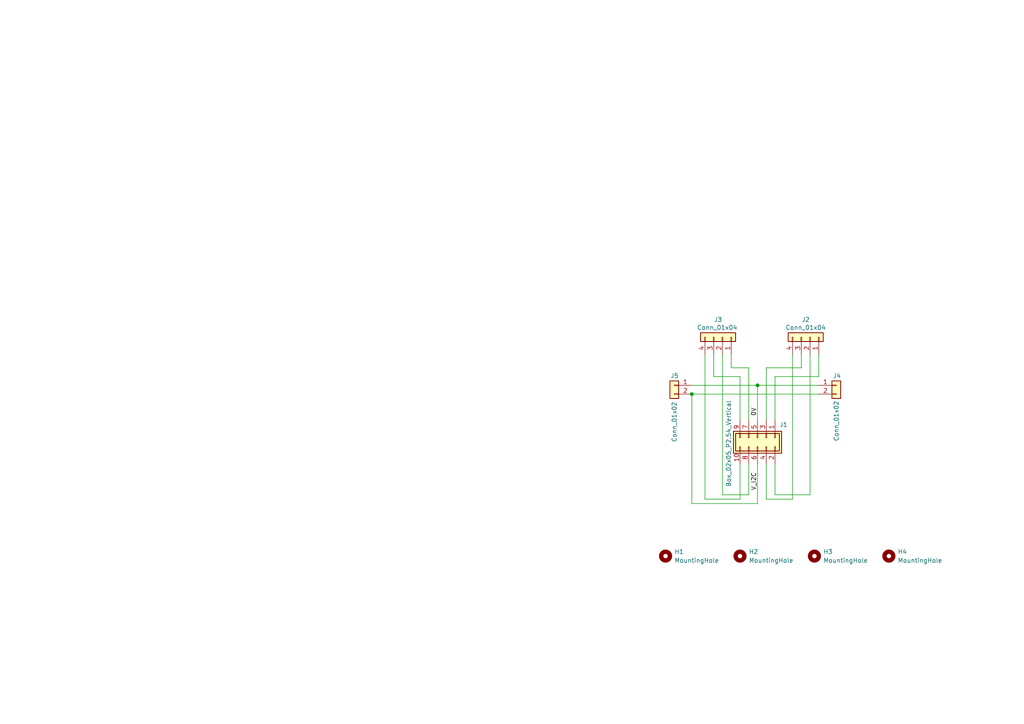
<source format=kicad_sch>
(kicad_sch (version 20231120) (generator "eeschema") (generator_version "8.0")
  (paper "A4")
  (title_block (date "2024-10-18"))
  (lib_symbols
    (symbol "Connector_Generic:Conn_01x02" (pin_names (offset 1.016) hide)
      (property "Reference" "J" (at 0 2.54 0))
      (property "Value" "Conn_01x02" (at 0 -5.08 0))
      (symbol "Conn_01x02_1_1"
        (rectangle (start -1.27 -2.413) (end 0 -2.667) (stroke (width 0.1524)))
        (rectangle (start -1.27 0.127) (end 0 -0.127) (stroke (width 0.1524)))
        (rectangle (start -1.27 1.27) (end 1.27 -3.81) (stroke (width 0.254)) (fill (type background)))
        (pin passive line (at -5.08 0 0) (length 3.81) (name "Pin_1") (number "1"))
        (pin passive line (at -5.08 -2.54 0) (length 3.81) (name "Pin_2") (number "2"))
      )
    )
    (symbol "Connector_Generic:Conn_01x04" (pin_names (offset 1.016) hide)
      (property "Reference" "J" (at 0 5.08 0))
      (property "Value" "Conn_01x04" (at 0 -7.62 0))
      (symbol "Conn_01x04_1_1"
        (rectangle (start -1.27 -4.953) (end 0 -5.207) (stroke (width 0.1524)))
        (rectangle (start -1.27 -2.413) (end 0 -2.667) (stroke (width 0.1524)))
        (rectangle (start -1.27 0.127) (end 0 -0.127) (stroke (width 0.1524)))
        (rectangle (start -1.27 2.667) (end 0 2.413) (stroke (width 0.1524)))
        (rectangle (start -1.27 3.81) (end 1.27 -6.35) (stroke (width 0.254)) (fill (type background)))
        (pin passive line (at -5.08 2.54 0) (length 3.81) (name "Pin_1") (number "1"))
        (pin passive line (at -5.08 0 0) (length 3.81) (name "Pin_2") (number "2"))
        (pin passive line (at -5.08 -2.54 0) (length 3.81) (name "Pin_3") (number "3"))
        (pin passive line (at -5.08 -5.08 0) (length 3.81) (name "Pin_4") (number "4"))
      )
    )
    (symbol "_kh_library:Box_02x05_P2.54_Vertical" (pin_names (offset 1.016) hide)
      (property "Reference" "J" (at 1.27 5.588 0))
      (property "Value" "Box_02x05_P2.54_Vertical" (at 1.27 -11.176 0))
      (symbol "Box_02x05_P2.54_Vertical_1_1"
        (rectangle (start -1.905 4.445) (end 4.445 -9.525) (stroke (width 0.254)) (fill (type background)))
        (rectangle (start -1.27 -7.493) (end 0 -7.747) (stroke (width 0.1524)))
        (rectangle (start -1.27 -4.953) (end 0 -5.207) (stroke (width 0.1524)))
        (rectangle (start -1.27 -2.413) (end 0 -2.667) (stroke (width 0.1524)))
        (rectangle (start -1.27 0.127) (end 0 -0.127) (stroke (width 0.1524)))
        (rectangle (start -1.27 2.667) (end 0 2.413) (stroke (width 0.1524)))
        (rectangle (start -1.27 3.81) (end 3.81 -8.89) (stroke (width 0.254)) (fill (type background)))
        (rectangle (start 2.54 -7.493) (end 3.81 -7.747) (stroke (width 0.1524)))
        (rectangle (start 2.54 -4.953) (end 3.81 -5.207) (stroke (width 0.1524)))
        (rectangle (start 2.54 -2.413) (end 3.81 -2.667) (stroke (width 0.1524)))
        (rectangle (start 3.81 0.127) (end 2.54 -0.127) (stroke (width 0.1524)))
        (rectangle (start 3.81 2.667) (end 2.54 2.413) (stroke (width 0.1524)))
        (pin passive line (at -5.08 2.54 0) (length 3.81) (name "Pin_1") (number "1"))
        (pin passive line (at 7.62 -7.62 180) (length 3.81) (name "Pin_10") (number "10"))
        (pin passive line (at 7.62 2.54 180) (length 3.81) (name "Pin_2") (number "2"))
        (pin passive line (at -5.08 0 0) (length 3.81) (name "Pin_3") (number "3"))
        (pin passive line (at 7.62 0 180) (length 3.81) (name "Pin_4") (number "4"))
        (pin passive line (at -5.08 -2.54 0) (length 3.81) (name "Pin_5") (number "5"))
        (pin passive line (at 7.62 -2.54 180) (length 3.81) (name "Pin_6") (number "6"))
        (pin passive line (at -5.08 -5.08 0) (length 3.81) (name "Pin_7") (number "7"))
        (pin passive line (at 7.62 -5.08 180) (length 3.81) (name "Pin_8") (number "8"))
        (pin passive line (at -5.08 -7.62 0) (length 3.81) (name "Pin_9") (number "9"))
      )
    )
    (symbol "_kh_library:MountingHole" (pin_names (offset 1.016)) (exclude_from_sim yes) (in_bom no)
      (property "Reference" "H" (at 0 5.08 0))
      (property "Value" "MountingHole" (at 0 3.175 0))
      (symbol "MountingHole_0_1"
        (circle (center 0 0) (radius 1.27) (stroke (width 1.27)))
      )
    )
  )
  (junction (at 219.71 111.76))
  (junction (at 200.66 114.3))
  (wire (pts (xy 200.66 146.05) (xy 200.66 114.3)))
  (wire (pts (xy 219.71 121.92) (xy 219.71 111.76)))
  (wire (pts (xy 222.25 121.92) (xy 222.25 106.68)))
  (wire (pts (xy 214.63 121.92) (xy 214.63 109.22)))
  (wire (pts (xy 222.25 106.68) (xy 232.41 106.68)))
  (wire (pts (xy 224.79 134.62) (xy 224.79 143.51)))
  (wire (pts (xy 200.66 114.3) (xy 237.49 114.3)))
  (wire (pts (xy 214.63 144.78) (xy 204.47 144.78)))
  (wire (pts (xy 229.87 144.78) (xy 222.25 144.78)))
  (wire (pts (xy 217.17 106.68) (xy 212.09 106.68)))
  (wire (pts (xy 209.55 143.51) (xy 217.17 143.51)))
  (wire (pts (xy 209.55 102.87) (xy 209.55 143.51)))
  (wire (pts (xy 224.79 109.22) (xy 237.49 109.22)))
  (wire (pts (xy 214.63 109.22) (xy 207.01 109.22)))
  (wire (pts (xy 229.87 102.87) (xy 229.87 144.78)))
  (wire (pts (xy 219.71 134.62) (xy 219.71 146.05)))
  (wire (pts (xy 222.25 144.78) (xy 222.25 134.62)))
  (wire (pts (xy 200.66 111.76) (xy 219.71 111.76)))
  (wire (pts (xy 237.49 109.22) (xy 237.49 102.87)))
  (wire (pts (xy 204.47 102.87) (xy 204.47 144.78)))
  (wire (pts (xy 219.71 146.05) (xy 200.66 146.05)))
  (wire (pts (xy 207.01 102.87) (xy 207.01 109.22)))
  (wire (pts (xy 217.17 121.92) (xy 217.17 106.68)))
  (wire (pts (xy 217.17 143.51) (xy 217.17 134.62)))
  (wire (pts (xy 224.79 121.92) (xy 224.79 109.22)))
  (wire (pts (xy 234.95 102.87) (xy 234.95 143.51)))
  (wire (pts (xy 212.09 106.68) (xy 212.09 102.87)))
  (wire (pts (xy 219.71 111.76) (xy 237.49 111.76)))
  (wire (pts (xy 214.63 134.62) (xy 214.63 144.78)))
  (wire (pts (xy 232.41 106.68) (xy 232.41 102.87)))
  (wire (pts (xy 224.79 143.51) (xy 234.95 143.51)))
  (label "0V" (at 219.71 120.65 90))
  (label "V_I2C" (at 219.71 142.24 90))
  (symbol (lib_id "_kh_library:MountingHole") (at 193.04 161.29 0) (unit 1) (exclude_from_sim yes) (in_bom no)
    (property "Reference" "H1" (at 195.58 160.0199 0) (effects (justify left)))
    (property "Value" "MountingHole" (at 195.58 162.5599 0) (effects (justify left)))
    (property "Footprint" "_kh_library:MountingHole_2.2mm_M2_Pad_TopBottom_kh" (effects (hide yes)))
    (property "Description" "Mounting Hole without connection" (effects (hide yes)))
  )
  (symbol (lib_id "_kh_library:MountingHole") (at 257.81 161.29 0) (unit 1) (exclude_from_sim yes) (in_bom no)
    (property "Reference" "H4" (at 260.35 160.0199 0) (effects (justify left)))
    (property "Value" "MountingHole" (at 260.35 162.5599 0) (effects (justify left)))
    (property "Footprint" "_kh_library:MountingHole_2.2mm_M2_Pad_TopBottom_kh" (effects (hide yes)))
    (property "Description" "Mounting Hole without connection" (effects (hide yes)))
  )
  (symbol (lib_id "Connector_Generic:Conn_01x02") (at 195.58 111.76 0) (mirror y) (unit 1)
    (property "Reference" "J5" (at 196.85 108.966 0) (effects (justify left)))
    (property "Value" "Conn_01x02" (at 195.58 128.27 90) (effects (justify left)))
    (property "Footprint" "_kh_library:PinSocket_1x02_P2.54mm_Vertical_kh" (effects (hide yes)))
    (property "Description" "Generic connector, single row, 01x02, script generated (kicad-library-utils/schlib/autogen/connector/)" (effects (hide yes)))
  )
  (symbol (lib_id "Connector_Generic:Conn_01x04") (at 209.55 97.79 270) (mirror x) (unit 1)
    (property "Reference" "J3" (at 208.28 92.71 90))
    (property "Value" "Conn_01x04" (at 208.026 94.996 90))
    (property "Footprint" "_kh_library:PinSocket_1x04_P2.54mm_Vertical_kh" (effects (hide yes)))
    (property "Description" "Generic connector, single row, 01x04, script generated (kicad-library-utils/schlib/autogen/connector/)" (effects (hide yes)))
  )
  (symbol (lib_id "Connector_Generic:Conn_01x02") (at 242.57 111.76 0) (unit 1)
    (property "Reference" "J4" (at 241.554 108.966 0) (effects (justify left)))
    (property "Value" "Conn_01x02" (at 242.57 128.016 90) (effects (justify left)))
    (property "Footprint" "_kh_library:PinSocket_1x02_P2.54mm_Vertical_kh" (effects (hide yes)))
    (property "Description" "Generic connector, single row, 01x02, script generated (kicad-library-utils/schlib/autogen/connector/)" (effects (hide yes)))
  )
  (symbol (lib_id "Connector_Generic:Conn_01x04") (at 234.95 97.79 270) (mirror x) (unit 1)
    (property "Reference" "J2" (at 233.68 92.71 90))
    (property "Value" "Conn_01x04" (at 233.68 94.996 90))
    (property "Footprint" "_kh_library:PinSocket_1x04_P2.54mm_Vertical_kh" (effects (hide yes)))
    (property "Description" "Generic connector, single row, 01x04, script generated (kicad-library-utils/schlib/autogen/connector/)" (effects (hide yes)))
  )
  (symbol (lib_id "_kh_library:MountingHole") (at 214.63 161.29 0) (unit 1) (exclude_from_sim yes) (in_bom no)
    (property "Reference" "H2" (at 217.17 160.0199 0) (effects (justify left)))
    (property "Value" "MountingHole" (at 217.17 162.5599 0) (effects (justify left)))
    (property "Footprint" "_kh_library:MountingHole_2.2mm_M2_Pad_TopBottom_kh" (effects (hide yes)))
    (property "Description" "Mounting Hole without connection" (effects (hide yes)))
  )
  (symbol (lib_id "_kh_library:MountingHole") (at 236.22 161.29 0) (unit 1) (exclude_from_sim yes) (in_bom no)
    (property "Reference" "H3" (at 238.76 160.0199 0) (effects (justify left)))
    (property "Value" "MountingHole" (at 238.76 162.5599 0) (effects (justify left)))
    (property "Footprint" "_kh_library:MountingHole_2.2mm_M2_Pad_TopBottom_kh" (effects (hide yes)))
    (property "Description" "Mounting Hole without connection" (effects (hide yes)))
  )
  (symbol (lib_id "_kh_library:Box_02x05_P2.54_Vertical") (at 222.25 127 270) (unit 1)
    (property "Reference" "J1" (at 226.06 123.19 90) (effects (justify left)))
    (property "Value" "Box_02x05_P2.54_Vertical" (at 211.328 116.078 0) (effects (justify left)))
    (property "Footprint" "_kh_library:Box_02x05_P2.54mm_Vertical_kh" (effects (hide yes)))
    (property "Description" "Box Header connector, double row, 02x05, odd/even pin numbering scheme" (effects (hide yes)))
  )
)
</source>
